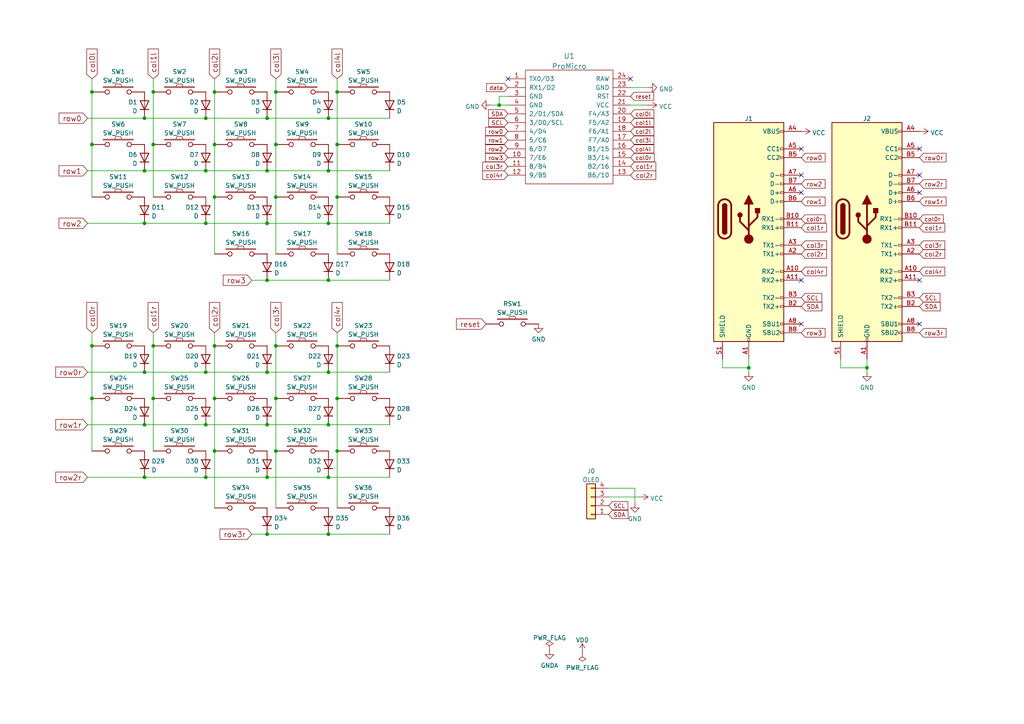
<source format=kicad_sch>
(kicad_sch (version 20211123) (generator eeschema)
  (paper "A4")
  (title_block (title "Unicorne USB-C") (date "2022-05-07") (rev "1.0") (company "Namnlos Ergonomic Keyboards") (comment 1 "Jan Lindblom") (comment 2 "jan@namnlos.io"))
  (lib_symbols
    (symbol "Connector:USB_C_Receptacle" (pin_names (offset 1.016))
      (property "Reference" "J" (at -10.16 29.21 0))
      (property "Value" "USB_C_Receptacle" (at 10.16 29.21 0))
      (symbol "USB_C_Receptacle_0_0"
        (rectangle (start -0.254 -35.56) (end 0.254 -34.544))
        (rectangle (start 10.16 -32.766) (end 9.144 -33.274))
        (rectangle (start 10.16 -30.226) (end 9.144 -30.734))
        (rectangle (start 10.16 -25.146) (end 9.144 -25.654))
        (rectangle (start 10.16 -22.606) (end 9.144 -23.114))
        (rectangle (start 10.16 -17.526) (end 9.144 -18.034))
        (rectangle (start 10.16 -14.986) (end 9.144 -15.494))
        (rectangle (start 10.16 -9.906) (end 9.144 -10.414))
        (rectangle (start 10.16 -7.366) (end 9.144 -7.874))
        (rectangle (start 10.16 -2.286) (end 9.144 -2.794))
        (rectangle (start 10.16 0.254) (end 9.144 -0.254))
        (rectangle (start 10.16 5.334) (end 9.144 4.826))
        (rectangle (start 10.16 7.874) (end 9.144 7.366))
        (rectangle (start 10.16 10.414) (end 9.144 9.906))
        (rectangle (start 10.16 12.954) (end 9.144 12.446))
        (rectangle (start 10.16 18.034) (end 9.144 17.526))
        (rectangle (start 10.16 20.574) (end 9.144 20.066))
        (rectangle (start 10.16 25.654) (end 9.144 25.146))
      )
      (symbol "USB_C_Receptacle_0_1"
        (rectangle (start -10.16 27.94) (end 10.16 -35.56) (stroke (width 0.254)) (fill (type background)))
        (arc (start -8.89 -3.81) (mid -6.985 -5.715) (end -5.08 -3.81) (stroke (width 0.508)))
        (arc (start -7.62 -3.81) (mid -6.985 -4.445) (end -6.35 -3.81) (stroke (width 0.254)))
        (arc (start -7.62 -3.81) (mid -6.985 -4.445) (end -6.35 -3.81) (stroke (width 0.254)) (fill (type outline)))
        (rectangle (start -7.62 -3.81) (end -6.35 3.81) (stroke (width 0.254)) (fill (type outline)))
        (arc (start -6.35 3.81) (mid -6.985 4.445) (end -7.62 3.81) (stroke (width 0.254)))
        (arc (start -6.35 3.81) (mid -6.985 4.445) (end -7.62 3.81) (stroke (width 0.254)) (fill (type outline)))
        (arc (start -5.08 3.81) (mid -6.985 5.715) (end -8.89 3.81) (stroke (width 0.508)))
        (polyline (pts (xy -8.89 -3.81) (xy -8.89 3.81)) (stroke (width 0.508)))
        (polyline (pts (xy -5.08 3.81) (xy -5.08 -3.81)) (stroke (width 0.508)))
      )
      (symbol "USB_C_Receptacle_1_1"
        (circle (center -2.54 1.143) (radius 0.635) (stroke (width 0.254)) (fill (type outline)))
        (circle (center 0 -5.842) (radius 1.27) (fill (type outline)))
        (polyline (pts (xy 0 -5.842) (xy 0 4.318)) (stroke (width 0.508)))
        (polyline (pts (xy 0 -3.302) (xy -2.54 -0.762) (xy -2.54 0.508)) (stroke (width 0.508)))
        (polyline (pts (xy 0 -2.032) (xy 2.54 0.508) (xy 2.54 1.778)) (stroke (width 0.508)))
        (polyline (pts (xy -1.27 4.318) (xy 0 6.858) (xy 1.27 4.318) (xy -1.27 4.318)) (stroke (width 0.254)) (fill (type outline)))
        (rectangle (start 1.905 1.778) (end 3.175 3.048) (stroke (width 0.254)) (fill (type outline)))
        (pin passive line (at 0 -40.64 90) (length 5.08) (name "GND") (number "A1"))
        (pin bidirectional line (at 15.24 -15.24 180) (length 5.08) (name "RX2-") (number "A10"))
        (pin bidirectional line (at 15.24 -17.78 180) (length 5.08) (name "RX2+") (number "A11"))
        (pin passive line (at 0 -40.64 90) (length 5.08) hide (name "GND") (number "A12"))
        (pin bidirectional line (at 15.24 -10.16 180) (length 5.08) (name "TX1+") (number "A2"))
        (pin bidirectional line (at 15.24 -7.62 180) (length 5.08) (name "TX1-") (number "A3"))
        (pin passive line (at 15.24 25.4 180) (length 5.08) (name "VBUS") (number "A4"))
        (pin bidirectional line (at 15.24 20.32 180) (length 5.08) (name "CC1") (number "A5"))
        (pin bidirectional line (at 15.24 7.62 180) (length 5.08) (name "D+") (number "A6"))
        (pin bidirectional line (at 15.24 12.7 180) (length 5.08) (name "D-") (number "A7"))
        (pin bidirectional line (at 15.24 -30.48 180) (length 5.08) (name "SBU1") (number "A8"))
        (pin passive line (at 15.24 25.4 180) (length 5.08) hide (name "VBUS") (number "A9"))
        (pin passive line (at 0 -40.64 90) (length 5.08) hide (name "GND") (number "B1"))
        (pin bidirectional line (at 15.24 0 180) (length 5.08) (name "RX1-") (number "B10"))
        (pin bidirectional line (at 15.24 -2.54 180) (length 5.08) (name "RX1+") (number "B11"))
        (pin passive line (at 0 -40.64 90) (length 5.08) hide (name "GND") (number "B12"))
        (pin bidirectional line (at 15.24 -25.4 180) (length 5.08) (name "TX2+") (number "B2"))
        (pin bidirectional line (at 15.24 -22.86 180) (length 5.08) (name "TX2-") (number "B3"))
        (pin passive line (at 15.24 25.4 180) (length 5.08) hide (name "VBUS") (number "B4"))
        (pin bidirectional line (at 15.24 17.78 180) (length 5.08) (name "CC2") (number "B5"))
        (pin bidirectional line (at 15.24 5.08 180) (length 5.08) (name "D+") (number "B6"))
        (pin bidirectional line (at 15.24 10.16 180) (length 5.08) (name "D-") (number "B7"))
        (pin bidirectional line (at 15.24 -33.02 180) (length 5.08) (name "SBU2") (number "B8"))
        (pin passive line (at 15.24 25.4 180) (length 5.08) hide (name "VBUS") (number "B9"))
        (pin passive line (at -7.62 -40.64 90) (length 5.08) (name "SHIELD") (number "S1"))
      )
    )
    (symbol "Connector_Generic:Conn_01x04" (pin_names (offset 1.016) hide)
      (property "Reference" "J" (at 0 5.08 0))
      (property "Value" "Conn_01x04" (at 0 -7.62 0))
      (symbol "Conn_01x04_1_1"
        (rectangle (start -1.27 -4.953) (end 0 -5.207) (stroke (width 0.1524)))
        (rectangle (start -1.27 -2.413) (end 0 -2.667) (stroke (width 0.1524)))
        (rectangle (start -1.27 0.127) (end 0 -0.127) (stroke (width 0.1524)))
        (rectangle (start -1.27 2.667) (end 0 2.413) (stroke (width 0.1524)))
        (rectangle (start -1.27 3.81) (end 1.27 -6.35) (stroke (width 0.254)) (fill (type background)))
        (pin passive line (at -5.08 2.54 0) (length 3.81) (name "Pin_1") (number "1"))
        (pin passive line (at -5.08 0 0) (length 3.81) (name "Pin_2") (number "2"))
        (pin passive line (at -5.08 -2.54 0) (length 3.81) (name "Pin_3") (number "3"))
        (pin passive line (at -5.08 -5.08 0) (length 3.81) (name "Pin_4") (number "4"))
      )
    )
    (symbol "Device:D" (pin_numbers hide) (pin_names (offset 1.016) hide)
      (property "Reference" "D" (at 0 2.54 0))
      (property "Value" "D" (at 0 -2.54 0))
      (symbol "D_0_1"
        (polyline (pts (xy -1.27 1.27) (xy -1.27 -1.27)) (stroke (width 0.254)))
        (polyline (pts (xy 1.27 0) (xy -1.27 0)))
        (polyline (pts (xy 1.27 1.27) (xy 1.27 -1.27) (xy -1.27 0) (xy 1.27 1.27)) (stroke (width 0.254)))
      )
      (symbol "D_1_1"
        (pin passive line (at -3.81 0 0) (length 2.54) (name "K") (number "1"))
        (pin passive line (at 3.81 0 180) (length 2.54) (name "A") (number "2"))
      )
    )
    (symbol "gnd:GND" (power) (pin_names (offset 0))
      (property "Value" "GND" (at 0 -3.81 0))
      (symbol "GND_1_1"
        (polyline (pts (xy 0 0) (xy 0 -1.27) (xy 1.27 -1.27) (xy 0 -2.54) (xy -1.27 -1.27) (xy 0 -1.27)))
        (pin power_in line (at 0 0 0) (length 0) hide (name "GND") (number "1"))
      )
    )
    (symbol "kbd:ProMicro" (pin_names (offset 1.016))
      (property "Reference" "U" (at 0 19.05 0))
      (property "Value" "ProMicro" (at 0 -19.05 0))
      (symbol "ProMicro_0_1"
        (rectangle (start -12.7 16.51) (end 12.7 -16.51))
      )
      (symbol "ProMicro_1_1"
        (pin bidirectional line (at -17.78 13.97 0) (length 5.08) (name "TX0/D3") (number "1"))
        (pin bidirectional line (at -17.78 -8.89 0) (length 5.08) (name "7/E6") (number "10"))
        (pin bidirectional line (at -17.78 -11.43 0) (length 5.08) (name "8/B4") (number "11"))
        (pin bidirectional line (at -17.78 -13.97 0) (length 5.08) (name "9/B5") (number "12"))
        (pin bidirectional line (at 17.78 -13.97 180) (length 5.08) (name "B6/10") (number "13"))
        (pin bidirectional line (at 17.78 -11.43 180) (length 5.08) (name "B2/16") (number "14"))
        (pin bidirectional line (at 17.78 -8.89 180) (length 5.08) (name "B3/14") (number "15"))
        (pin bidirectional line (at 17.78 -6.35 180) (length 5.08) (name "B1/15") (number "16"))
        (pin bidirectional line (at 17.78 -3.81 180) (length 5.08) (name "F7/A0") (number "17"))
        (pin bidirectional line (at 17.78 -1.27 180) (length 5.08) (name "F6/A1") (number "18"))
        (pin bidirectional line (at 17.78 1.27 180) (length 5.08) (name "F5/A2") (number "19"))
        (pin bidirectional line (at -17.78 11.43 0) (length 5.08) (name "RX1/D2") (number "2"))
        (pin bidirectional line (at 17.78 3.81 180) (length 5.08) (name "F4/A3") (number "20"))
        (pin power_in line (at 17.78 6.35 180) (length 5.08) (name "VCC") (number "21"))
        (pin input line (at 17.78 8.89 180) (length 5.08) (name "RST") (number "22"))
        (pin power_in line (at 17.78 11.43 180) (length 5.08) (name "GND") (number "23"))
        (pin power_out line (at 17.78 13.97 180) (length 5.08) (name "RAW") (number "24"))
        (pin power_in line (at -17.78 8.89 0) (length 5.08) (name "GND") (number "3"))
        (pin power_in line (at -17.78 6.35 0) (length 5.08) (name "GND") (number "4"))
        (pin bidirectional line (at -17.78 3.81 0) (length 5.08) (name "2/D1/SDA") (number "5"))
        (pin bidirectional line (at -17.78 1.27 0) (length 5.08) (name "3/D0/SCL") (number "6"))
        (pin bidirectional line (at -17.78 -1.27 0) (length 5.08) (name "4/D4") (number "7"))
        (pin bidirectional line (at -17.78 -3.81 0) (length 5.08) (name "5/C6") (number "8"))
        (pin bidirectional line (at -17.78 -6.35 0) (length 5.08) (name "6/D7") (number "9"))
      )
    )
    (symbol "kbd:SW_PUSH" (pin_numbers hide) (pin_names (offset 1.016) hide)
      (property "Reference" "SW" (at 3.81 2.794 0))
      (property "Value" "SW_PUSH" (at 0 -2.032 0))
      (symbol "SW_PUSH_0_1"
        (rectangle (start -4.318 1.27) (end 4.318 1.524))
        (polyline (pts (xy -1.016 1.524) (xy -0.762 2.286) (xy 0.762 2.286) (xy 1.016 1.524)))
        (pin passive inverted (at -7.62 0 0) (length 5.08) (name "1") (number "1"))
        (pin passive inverted (at 7.62 0 180) (length 5.08) (name "2") (number "2"))
      )
    )
    (symbol "power:GND" (power) (pin_names (offset 0))
      (property "Value" "GND" (at 0 -3.81 0))
      (symbol "GND_0_1"
        (polyline (pts (xy 0 0) (xy 0 -1.27) (xy 1.27 -1.27) (xy 0 -2.54) (xy -1.27 -1.27) (xy 0 -1.27)))
      )
      (symbol "GND_1_1"
        (pin power_in line (at 0 0 270) (length 0) hide (name "GND") (number "1"))
      )
    )
    (symbol "power:GNDA" (power) (pin_names (offset 0))
      (property "Value" "GNDA" (at 0 -3.81 0))
      (symbol "GNDA_0_1"
        (polyline (pts (xy 0 0) (xy 0 -1.27) (xy 1.27 -1.27) (xy 0 -2.54) (xy -1.27 -1.27) (xy 0 -1.27)))
      )
      (symbol "GNDA_1_1"
        (pin power_in line (at 0 0 270) (length 0) hide (name "GNDA") (number "1"))
      )
    )
    (symbol "power:PWR_FLAG" (power) (pin_numbers hide) (pin_names (offset 0) hide)
      (property "Value" "PWR_FLAG" (at 0 3.81 0))
      (symbol "PWR_FLAG_0_0"
        (pin power_out line (at 0 0 90) (length 0) (name "pwr") (number "1"))
      )
      (symbol "PWR_FLAG_0_1"
        (polyline (pts (xy 0 0) (xy 0 1.27) (xy -1.016 1.905) (xy 0 2.54) (xy 1.016 1.905) (xy 0 1.27)))
      )
    )
    (symbol "power:VCC" (power) (pin_names (offset 0))
      (property "Value" "VCC" (at 0 3.81 0))
      (symbol "VCC_0_1"
        (polyline (pts (xy -0.762 1.27) (xy 0 2.54)))
        (polyline (pts (xy 0 0) (xy 0 2.54)))
        (polyline (pts (xy 0 2.54) (xy 0.762 1.27)))
      )
      (symbol "VCC_1_1"
        (pin power_in line (at 0 0 90) (length 0) hide (name "VCC") (number "1"))
      )
    )
    (symbol "power:VDD" (power) (pin_names (offset 0))
      (property "Value" "VDD" (at 0 3.81 0))
      (symbol "VDD_0_1"
        (polyline (pts (xy -0.762 1.27) (xy 0 2.54)))
        (polyline (pts (xy 0 0) (xy 0 2.54)))
        (polyline (pts (xy 0 2.54) (xy 0.762 1.27)))
      )
      (symbol "VDD_1_1"
        (pin power_in line (at 0 0 90) (length 0) hide (name "VDD") (number "1"))
      )
    )
  )
  (junction (at 77.47 107.95))
  (junction (at 26.67 41.91))
  (junction (at 59.69 34.29))
  (junction (at 62.23 130.81))
  (junction (at 62.23 115.57))
  (junction (at 77.47 49.53))
  (junction (at 77.47 138.43))
  (junction (at 95.25 107.95))
  (junction (at 59.69 49.53))
  (junction (at 26.67 26.67))
  (junction (at 95.25 34.29))
  (junction (at 77.47 34.29))
  (junction (at 44.45 100.33))
  (junction (at 41.91 123.19))
  (junction (at 97.79 115.57))
  (junction (at 62.23 41.91))
  (junction (at 41.91 138.43))
  (junction (at 41.91 49.53))
  (junction (at 26.67 115.57))
  (junction (at 59.69 123.19))
  (junction (at 77.47 64.77))
  (junction (at 217.17 106.68))
  (junction (at 95.25 154.94))
  (junction (at 59.69 64.77))
  (junction (at 144.78 30.48))
  (junction (at 251.46 106.68))
  (junction (at 80.01 115.57))
  (junction (at 95.25 123.19))
  (junction (at 59.69 107.95))
  (junction (at 80.01 26.67))
  (junction (at 44.45 41.91))
  (junction (at 97.79 100.33))
  (junction (at 41.91 107.95))
  (junction (at 62.23 57.15))
  (junction (at 62.23 100.33))
  (junction (at 44.45 26.67))
  (junction (at 59.69 138.43))
  (junction (at 80.01 130.81))
  (junction (at 41.91 64.77))
  (junction (at 62.23 26.67))
  (junction (at 97.79 41.91))
  (junction (at 97.79 26.67))
  (junction (at 95.25 49.53))
  (junction (at 77.47 81.28))
  (junction (at 80.01 41.91))
  (junction (at 77.47 123.19))
  (junction (at 97.79 57.15))
  (junction (at 95.25 81.28))
  (junction (at 44.45 115.57))
  (junction (at 95.25 138.43))
  (junction (at 26.67 100.33))
  (junction (at 77.47 154.94))
  (junction (at 80.01 100.33))
  (junction (at 80.01 57.15))
  (junction (at 97.79 130.81))
  (junction (at 41.91 34.29))
  (junction (at 95.25 64.77))
  (no_connect (at 147.32 22.86))
  (no_connect (at 6.35 -20.955))
  (no_connect (at 182.88 22.86))
  (no_connect (at 266.7 43.18))
  (no_connect (at 266.7 50.8))
  (no_connect (at 232.41 43.18))
  (no_connect (at 232.41 50.8))
  (no_connect (at 266.7 55.88))
  (no_connect (at 232.41 55.88))
  (no_connect (at 266.7 93.98))
  (no_connect (at 232.41 93.98))
  (no_connect (at 266.7 81.28))
  (no_connect (at 232.41 81.28))
  (wire (pts (xy 25.4 34.29) (xy 41.91 34.29)))
  (wire (pts (xy 44.45 22.86) (xy 44.45 26.67)))
  (wire (pts (xy 80.01 115.57) (xy 80.01 130.81)))
  (wire (pts (xy 95.25 64.77) (xy 113.03 64.77)))
  (wire (pts (xy 59.69 64.77) (xy 77.47 64.77)))
  (wire (pts (xy 44.45 115.57) (xy 44.45 130.81)))
  (wire (pts (xy 95.25 34.29) (xy 113.03 34.29)))
  (wire (pts (xy 80.01 41.91) (xy 80.01 57.15)))
  (wire (pts (xy 77.47 123.19) (xy 95.25 123.19)))
  (wire (pts (xy 182.88 25.4) (xy 187.96 25.4)))
  (wire (pts (xy 41.91 107.95) (xy 59.69 107.95)))
  (wire (pts (xy 26.67 22.86) (xy 26.67 26.67)))
  (wire (pts (xy 217.17 106.68) (xy 217.17 107.95)))
  (wire (pts (xy 95.25 123.19) (xy 113.03 123.19)))
  (wire (pts (xy 62.23 57.15) (xy 62.23 73.66)))
  (wire (pts (xy 59.69 34.29) (xy 77.47 34.29)))
  (wire (pts (xy 95.25 154.94) (xy 113.03 154.94)))
  (wire (pts (xy 59.69 107.95) (xy 77.47 107.95)))
  (wire (pts (xy 209.55 106.68) (xy 217.17 106.68)))
  (wire (pts (xy 97.79 26.67) (xy 97.79 41.91)))
  (wire (pts (xy 62.23 100.33) (xy 62.23 115.57)))
  (wire (pts (xy 209.55 104.14) (xy 209.55 106.68)))
  (wire (pts (xy 73.025 154.94) (xy 77.47 154.94)))
  (wire (pts (xy 25.4 107.95) (xy 41.91 107.95)))
  (wire (pts (xy 144.78 27.94) (xy 144.78 30.48)))
  (wire (pts (xy 80.01 26.67) (xy 80.01 41.91)))
  (wire (pts (xy 62.23 26.67) (xy 62.23 41.91)))
  (wire (pts (xy 41.91 123.19) (xy 59.69 123.19)))
  (wire (pts (xy 26.67 100.33) (xy 26.67 115.57)))
  (wire (pts (xy 73.025 81.28) (xy 77.47 81.28)))
  (wire (pts (xy 251.46 104.14) (xy 251.46 106.68)))
  (wire (pts (xy 26.67 41.91) (xy 26.67 57.15)))
  (wire (pts (xy 77.47 138.43) (xy 95.25 138.43)))
  (wire (pts (xy 97.79 115.57) (xy 97.79 130.81)))
  (wire (pts (xy 26.67 115.57) (xy 26.67 130.81)))
  (wire (pts (xy 26.67 26.67) (xy 26.67 41.91)))
  (wire (pts (xy 184.15 141.605) (xy 176.53 141.605)))
  (wire (pts (xy 77.47 49.53) (xy 95.25 49.53)))
  (wire (pts (xy 59.69 138.43) (xy 77.47 138.43)))
  (wire (pts (xy 97.79 100.33) (xy 97.79 115.57)))
  (wire (pts (xy 182.88 30.48) (xy 187.96 30.48)))
  (wire (pts (xy 77.47 64.77) (xy 95.25 64.77)))
  (wire (pts (xy 25.4 49.53) (xy 41.91 49.53)))
  (wire (pts (xy 77.47 154.94) (xy 95.25 154.94)))
  (wire (pts (xy 62.23 130.81) (xy 62.23 147.32)))
  (wire (pts (xy 97.79 96.52) (xy 97.79 100.33)))
  (wire (pts (xy 144.78 30.48) (xy 147.32 30.48)))
  (wire (pts (xy 142.24 30.48) (xy 144.78 30.48)))
  (wire (pts (xy 26.67 96.52) (xy 26.67 100.33)))
  (wire (pts (xy 80.01 130.81) (xy 80.01 147.32)))
  (wire (pts (xy 62.23 115.57) (xy 62.23 130.81)))
  (wire (pts (xy 95.25 107.95) (xy 113.03 107.95)))
  (wire (pts (xy 95.25 138.43) (xy 113.03 138.43)))
  (wire (pts (xy 59.69 123.19) (xy 77.47 123.19)))
  (wire (pts (xy 25.4 123.19) (xy 41.91 123.19)))
  (wire (pts (xy 80.01 100.33) (xy 80.01 115.57)))
  (wire (pts (xy 41.91 64.77) (xy 59.69 64.77)))
  (wire (pts (xy 217.17 104.14) (xy 217.17 106.68)))
  (wire (pts (xy 243.84 106.68) (xy 251.46 106.68)))
  (wire (pts (xy 251.46 106.68) (xy 251.46 107.95)))
  (wire (pts (xy 62.23 22.86) (xy 62.23 26.67)))
  (wire (pts (xy 44.45 41.91) (xy 44.45 57.15)))
  (wire (pts (xy 97.79 130.81) (xy 97.79 147.32)))
  (wire (pts (xy 77.47 107.95) (xy 95.25 107.95)))
  (wire (pts (xy 243.84 104.14) (xy 243.84 106.68)))
  (wire (pts (xy 25.4 64.77) (xy 41.91 64.77)))
  (wire (pts (xy 41.91 49.53) (xy 59.69 49.53)))
  (wire (pts (xy 80.01 57.15) (xy 80.01 73.66)))
  (wire (pts (xy 80.01 96.52) (xy 80.01 100.33)))
  (wire (pts (xy 77.47 81.28) (xy 95.25 81.28)))
  (wire (pts (xy 44.45 96.52) (xy 44.45 100.33)))
  (wire (pts (xy 62.23 41.91) (xy 62.23 57.15)))
  (wire (pts (xy 80.01 22.86) (xy 80.01 26.67)))
  (wire (pts (xy 97.79 22.86) (xy 97.79 26.67)))
  (wire (pts (xy 97.79 57.15) (xy 97.79 73.66)))
  (wire (pts (xy 62.23 96.52) (xy 62.23 100.33)))
  (wire (pts (xy 25.4 138.43) (xy 41.91 138.43)))
  (wire (pts (xy 95.25 49.53) (xy 113.03 49.53)))
  (wire (pts (xy 44.45 100.33) (xy 44.45 115.57)))
  (wire (pts (xy 41.91 34.29) (xy 59.69 34.29)))
  (wire (pts (xy 41.91 138.43) (xy 59.69 138.43)))
  (wire (pts (xy 176.53 144.145) (xy 185.42 144.145)))
  (wire (pts (xy 184.15 146.05) (xy 184.15 141.605)))
  (wire (pts (xy 95.25 81.28) (xy 113.03 81.28)))
  (wire (pts (xy 44.45 26.67) (xy 44.45 41.91)))
  (wire (pts (xy 147.32 27.94) (xy 144.78 27.94)))
  (wire (pts (xy 97.79 41.91) (xy 97.79 57.15)))
  (wire (pts (xy 59.69 49.53) (xy 77.47 49.53)))
  (wire (pts (xy 77.47 34.29) (xy 95.25 34.29)))
  (global_label "col1r" (shape input) (at 232.41 66.04 0) (property "Intersheet References" "${INTERSHEET_REFS}" (effects hide)))
  (global_label "row1" (shape input) (at 232.41 58.42 0) (property "Intersheet References" "${INTERSHEET_REFS}" (effects hide)))
  (global_label "row0" (shape input) (at 25.4 34.29 180) (effects (font (size 1.524 1.524))) (property "Intersheet References" "${INTERSHEET_REFS}" (effects hide)))
  (global_label "row2r" (shape input) (at 25.4 138.43 180) (effects (font (size 1.524 1.524))) (property "Intersheet References" "${INTERSHEET_REFS}" (effects hide)))
  (global_label "SCL" (shape input) (at 266.7 86.36 0) (property "Intersheet References" "${INTERSHEET_REFS}" (effects hide)))
  (global_label "col4l" (shape input) (at 97.79 22.86 90) (effects (font (size 1.524 1.524))) (property "Intersheet References" "${INTERSHEET_REFS}" (effects hide)))
  (global_label "col4l" (shape input) (at 182.88 43.18 0) (effects (font (size 1.1938 1.1938))) (property "Intersheet References" "${INTERSHEET_REFS}" (effects hide)))
  (global_label "col2r" (shape input) (at 182.88 50.8 0) (property "Intersheet References" "${INTERSHEET_REFS}" (effects hide)))
  (global_label "col0l" (shape input) (at 26.67 22.86 90) (effects (font (size 1.524 1.524))) (property "Intersheet References" "${INTERSHEET_REFS}" (effects hide)))
  (global_label "col1l" (shape input) (at 44.45 22.86 90) (effects (font (size 1.524 1.524))) (property "Intersheet References" "${INTERSHEET_REFS}" (effects hide)))
  (global_label "col1r" (shape input) (at 182.88 48.26 0) (property "Intersheet References" "${INTERSHEET_REFS}" (effects hide)))
  (global_label "row0r" (shape input) (at 266.7 45.72 0) (property "Intersheet References" "${INTERSHEET_REFS}" (effects hide)))
  (global_label "data" (shape input) (at 147.32 25.4 180) (effects (font (size 1.1938 1.1938))) (property "Intersheet References" "${INTERSHEET_REFS}" (effects hide)))
  (global_label "row0r" (shape input) (at 25.4 107.95 180) (effects (font (size 1.524 1.524))) (property "Intersheet References" "${INTERSHEET_REFS}" (effects hide)))
  (global_label "row2" (shape input) (at 232.41 53.34 0) (property "Intersheet References" "${INTERSHEET_REFS}" (effects hide)))
  (global_label "col2r" (shape input) (at 266.7 73.66 0) (property "Intersheet References" "${INTERSHEET_REFS}" (effects hide)))
  (global_label "row1" (shape input) (at 25.4 49.53 180) (effects (font (size 1.524 1.524))) (property "Intersheet References" "${INTERSHEET_REFS}" (effects hide)))
  (global_label "col3r" (shape input) (at 147.32 48.26 180) (property "Intersheet References" "${INTERSHEET_REFS}" (effects hide)))
  (global_label "col1l" (shape input) (at 182.88 35.56 0) (effects (font (size 1.1938 1.1938))) (property "Intersheet References" "${INTERSHEET_REFS}" (effects hide)))
  (global_label "col0r" (shape input) (at 26.67 96.52 90) (effects (font (size 1.524 1.524))) (property "Intersheet References" "${INTERSHEET_REFS}" (effects hide)))
  (global_label "row2" (shape input) (at 25.4 64.77 180) (effects (font (size 1.524 1.524))) (property "Intersheet References" "${INTERSHEET_REFS}" (effects hide)))
  (global_label "row0" (shape input) (at 147.32 38.1 180) (effects (font (size 1.1938 1.1938))) (property "Intersheet References" "${INTERSHEET_REFS}" (effects hide)))
  (global_label "col4r" (shape input) (at 266.7 78.74 0) (property "Intersheet References" "${INTERSHEET_REFS}" (effects hide)))
  (global_label "row3r" (shape input) (at 73.025 154.94 180) (effects (font (size 1.524 1.524))) (property "Intersheet References" "${INTERSHEET_REFS}" (effects hide)))
  (global_label "col3r" (shape input) (at 232.41 71.12 0) (property "Intersheet References" "${INTERSHEET_REFS}" (effects hide)))
  (global_label "col0r" (shape input) (at 266.7 63.5 0) (effects (font (size 1.1938 1.1938))) (property "Intersheet References" "${INTERSHEET_REFS}" (effects hide)))
  (global_label "col4r" (shape input) (at 97.79 96.52 90) (effects (font (size 1.524 1.524))) (property "Intersheet References" "${INTERSHEET_REFS}" (effects hide)))
  (global_label "col2l" (shape input) (at 62.23 22.86 90) (effects (font (size 1.524 1.524))) (property "Intersheet References" "${INTERSHEET_REFS}" (effects hide)))
  (global_label "row2r" (shape input) (at 266.7 53.34 0) (property "Intersheet References" "${INTERSHEET_REFS}" (effects hide)))
  (global_label "col1r" (shape input) (at 266.7 66.04 0) (property "Intersheet References" "${INTERSHEET_REFS}" (effects hide)))
  (global_label "SCL" (shape input) (at 147.32 35.56 180) (effects (font (size 1.1938 1.1938))) (property "Intersheet References" "${INTERSHEET_REFS}" (effects hide)))
  (global_label "row3r" (shape input) (at 266.7 96.52 0) (property "Intersheet References" "${INTERSHEET_REFS}" (effects hide)))
  (global_label "row1" (shape input) (at 147.32 40.64 180) (effects (font (size 1.1938 1.1938))) (property "Intersheet References" "${INTERSHEET_REFS}" (effects hide)))
  (global_label "row1r" (shape input) (at 266.7 58.42 0) (property "Intersheet References" "${INTERSHEET_REFS}" (effects hide)))
  (global_label "SCL" (shape input) (at 232.41 86.36 0) (property "Intersheet References" "${INTERSHEET_REFS}" (effects hide)))
  (global_label "row1r" (shape input) (at 25.4 123.19 180) (effects (font (size 1.524 1.524))) (property "Intersheet References" "${INTERSHEET_REFS}" (effects hide)))
  (global_label "row3" (shape input) (at 147.32 45.72 180) (effects (font (size 1.1938 1.1938))) (property "Intersheet References" "${INTERSHEET_REFS}" (effects hide)))
  (global_label "reset" (shape input) (at 140.97 93.98 180) (effects (font (size 1.524 1.524))) (property "Intersheet References" "${INTERSHEET_REFS}" (effects hide)))
  (global_label "row2" (shape input) (at 147.32 43.18 180) (effects (font (size 1.1938 1.1938))) (property "Intersheet References" "${INTERSHEET_REFS}" (effects hide)))
  (global_label "col3l" (shape input) (at 80.01 22.86 90) (effects (font (size 1.524 1.524))) (property "Intersheet References" "${INTERSHEET_REFS}" (effects hide)))
  (global_label "col2r" (shape input) (at 62.23 96.52 90) (effects (font (size 1.524 1.524))) (property "Intersheet References" "${INTERSHEET_REFS}" (effects hide)))
  (global_label "SDA" (shape input) (at 232.41 88.9 0) (property "Intersheet References" "${INTERSHEET_REFS}" (effects hide)))
  (global_label "row0" (shape input) (at 232.41 45.72 0) (property "Intersheet References" "${INTERSHEET_REFS}" (effects hide)))
  (global_label "col2r" (shape input) (at 232.41 73.66 0) (property "Intersheet References" "${INTERSHEET_REFS}" (effects hide)))
  (global_label "reset" (shape input) (at 182.88 27.94 0) (effects (font (size 1.1938 1.1938))) (property "Intersheet References" "${INTERSHEET_REFS}" (effects hide)))
  (global_label "col2l" (shape input) (at 182.88 38.1 0) (effects (font (size 1.1938 1.1938))) (property "Intersheet References" "${INTERSHEET_REFS}" (effects hide)))
  (global_label "col3l" (shape input) (at 182.88 40.64 0) (effects (font (size 1.1938 1.1938))) (property "Intersheet References" "${INTERSHEET_REFS}" (effects hide)))
  (global_label "row3" (shape input) (at 232.41 96.52 0) (property "Intersheet References" "${INTERSHEET_REFS}" (effects hide)))
  (global_label "col1r" (shape input) (at 44.45 96.52 90) (effects (font (size 1.524 1.524))) (property "Intersheet References" "${INTERSHEET_REFS}" (effects hide)))
  (global_label "row3" (shape input) (at 73.025 81.28 180) (effects (font (size 1.524 1.524))) (property "Intersheet References" "${INTERSHEET_REFS}" (effects hide)))
  (global_label "SDA" (shape input) (at 147.32 33.02 180) (effects (font (size 1.1938 1.1938))) (property "Intersheet References" "${INTERSHEET_REFS}" (effects hide)))
  (global_label "SDA" (shape input) (at 266.7 88.9 0) (property "Intersheet References" "${INTERSHEET_REFS}" (effects hide)))
  (global_label "col0l" (shape input) (at 182.88 33.02 0) (effects (font (size 1.1938 1.1938))) (property "Intersheet References" "${INTERSHEET_REFS}" (effects hide)))
  (global_label "SDA" (shape input) (at 176.53 149.225 0) (effects (font (size 1.1938 1.1938))) (property "Intersheet References" "${INTERSHEET_REFS}" (effects hide)))
  (global_label "col4r" (shape input) (at 147.32 50.8 180) (property "Intersheet References" "${INTERSHEET_REFS}" (effects hide)))
  (global_label "col4r" (shape input) (at 232.41 78.74 0) (property "Intersheet References" "${INTERSHEET_REFS}" (effects hide)))
  (global_label "col0r" (shape input) (at 182.88 45.72 0) (effects (font (size 1.1938 1.1938))) (property "Intersheet References" "${INTERSHEET_REFS}" (effects hide)))
  (global_label "SCL" (shape input) (at 176.53 146.685 0) (effects (font (size 1.1938 1.1938))) (property "Intersheet References" "${INTERSHEET_REFS}" (effects hide)))
  (global_label "col0r" (shape input) (at 232.41 63.5 0) (effects (font (size 1.1938 1.1938))) (property "Intersheet References" "${INTERSHEET_REFS}" (effects hide)))
  (global_label "col3r" (shape input) (at 266.7 71.12 0) (property "Intersheet References" "${INTERSHEET_REFS}" (effects hide)))
  (global_label "col3r" (shape input) (at 80.01 96.52 90) (effects (font (size 1.524 1.524))) (property "Intersheet References" "${INTERSHEET_REFS}" (effects hide)))
  (symbol (lib_id "kbd:ProMicro") (at 165.1 36.83 0) (unit 1)
    (property "Reference" "U1" (at 165.1 16.2359 0) (effects (font (size 1.524 1.524))))
    (property "Value" "ProMicro" (at 165.1 19.2293 0) (effects (font (size 1.524 1.524))))
    (property "Footprint" "kbd:ProMicro_v3" (effects hide))
  )
  (symbol (lib_id "kbd:SW_PUSH") (at 52.07 26.67 0) (unit 1)
    (property "Reference" "SW2" (at 52.07 20.8112 0))
    (property "Value" "SW_PUSH" (at 52.07 23.3481 0))
    (property "Footprint" "kbd:keyswitch_cherrymx_alps_choc12_1u" (effects hide))
  )
  (symbol (lib_id "Device:D") (at 59.69 30.48 90) (unit 1)
    (property "Reference" "D2" (at 57.6581 29.6453 90) (effects (justify left)))
    (property "Value" "D" (at 57.6581 32.1822 90) (effects (justify left)))
    (property "Footprint" "kbd:D3_TH" (effects hide))
  )
  (symbol (lib_id "kbd:SW_PUSH") (at 69.85 26.67 0) (unit 1)
    (property "Reference" "SW3" (at 69.85 20.8112 0))
    (property "Value" "SW_PUSH" (at 69.85 23.3481 0))
    (property "Footprint" "kbd:keyswitch_cherrymx_alps_choc12_1u" (effects hide))
  )
  (symbol (lib_id "Device:D") (at 77.47 30.48 90) (unit 1)
    (property "Reference" "D3" (at 75.4381 29.6453 90) (effects (justify left)))
    (property "Value" "D" (at 75.4381 32.1822 90) (effects (justify left)))
    (property "Footprint" "kbd:D3_TH" (effects hide))
  )
  (symbol (lib_id "kbd:SW_PUSH") (at 87.63 26.67 0) (unit 1)
    (property "Reference" "SW4" (at 87.63 20.8112 0))
    (property "Value" "SW_PUSH" (at 87.63 23.3481 0))
    (property "Footprint" "kbd:keyswitch_cherrymx_alps_choc12_1u" (effects hide))
  )
  (symbol (lib_id "kbd:SW_PUSH") (at 105.41 26.67 0) (unit 1)
    (property "Reference" "SW5" (at 105.41 20.8112 0))
    (property "Value" "SW_PUSH" (at 105.41 23.3481 0))
    (property "Footprint" "kbd:keyswitch_cherrymx_alps_choc12_1u" (effects hide))
  )
  (symbol (lib_id "Device:D") (at 95.25 30.48 90) (unit 1)
    (property "Reference" "D4" (at 93.2181 29.6453 90) (effects (justify left)))
    (property "Value" "D" (at 93.2181 32.1822 90) (effects (justify left)))
    (property "Footprint" "kbd:D3_TH" (effects hide))
  )
  (symbol (lib_id "Device:D") (at 113.03 30.48 90) (unit 1)
    (property "Reference" "D5" (at 115.062 29.6453 90) (effects (justify right)))
    (property "Value" "D" (at 115.062 32.1822 90) (effects (justify right)))
    (property "Footprint" "kbd:D3_TH" (effects hide))
  )
  (symbol (lib_id "kbd:SW_PUSH") (at 34.29 26.67 0) (unit 1)
    (property "Reference" "SW1" (at 34.29 20.8112 0))
    (property "Value" "SW_PUSH" (at 34.29 23.3481 0))
    (property "Footprint" "kbd:keyswitch_cherrymx_alps_choc12_1u" (effects hide))
  )
  (symbol (lib_id "Device:D") (at 41.91 30.48 90) (unit 1)
    (property "Reference" "D1" (at 39.8781 29.6453 90) (effects (justify left)))
    (property "Value" "D" (at 39.8781 32.1822 90) (effects (justify left)))
    (property "Footprint" "kbd:D3_TH" (effects hide))
  )
  (symbol (lib_id "kbd:SW_PUSH") (at 52.07 41.91 0) (unit 1)
    (property "Reference" "SW7" (at 52.07 36.0512 0))
    (property "Value" "SW_PUSH" (at 52.07 38.5881 0))
    (property "Footprint" "kbd:keyswitch_cherrymx_alps_choc12_1u" (effects hide))
  )
  (symbol (lib_id "Device:D") (at 59.69 45.72 90) (unit 1)
    (property "Reference" "D7" (at 57.6581 44.8853 90) (effects (justify left)))
    (property "Value" "D" (at 57.6581 47.4222 90) (effects (justify left)))
    (property "Footprint" "kbd:D3_TH" (effects hide))
  )
  (symbol (lib_id "kbd:SW_PUSH") (at 69.85 41.91 0) (unit 1)
    (property "Reference" "SW8" (at 69.85 36.0512 0))
    (property "Value" "SW_PUSH" (at 69.85 38.5881 0))
    (property "Footprint" "kbd:keyswitch_cherrymx_alps_choc12_1u" (effects hide))
  )
  (symbol (lib_id "Device:D") (at 77.47 45.72 90) (unit 1)
    (property "Reference" "D8" (at 75.4381 44.8853 90) (effects (justify left)))
    (property "Value" "D" (at 75.4381 47.4222 90) (effects (justify left)))
    (property "Footprint" "kbd:D3_TH" (effects hide))
  )
  (symbol (lib_id "kbd:SW_PUSH") (at 87.63 41.91 0) (unit 1)
    (property "Reference" "SW9" (at 87.63 36.0512 0))
    (property "Value" "SW_PUSH" (at 87.63 38.5881 0))
    (property "Footprint" "kbd:keyswitch_cherrymx_alps_choc12_1u" (effects hide))
  )
  (symbol (lib_id "kbd:SW_PUSH") (at 105.41 41.91 0) (unit 1)
    (property "Reference" "SW10" (at 105.41 36.0512 0))
    (property "Value" "SW_PUSH" (at 105.41 38.5881 0))
    (property "Footprint" "kbd:keyswitch_cherrymx_alps_choc12_1u" (effects hide))
  )
  (symbol (lib_id "Device:D") (at 95.25 45.72 90) (unit 1)
    (property "Reference" "D9" (at 93.2181 44.8853 90) (effects (justify left)))
    (property "Value" "D" (at 93.2181 47.4222 90) (effects (justify left)))
    (property "Footprint" "kbd:D3_TH" (effects hide))
  )
  (symbol (lib_id "Device:D") (at 113.03 45.72 90) (unit 1)
    (property "Reference" "D10" (at 115.062 44.8853 90) (effects (justify right)))
    (property "Value" "D" (at 115.062 47.4222 90) (effects (justify right)))
    (property "Footprint" "kbd:D3_TH" (effects hide))
  )
  (symbol (lib_id "kbd:SW_PUSH") (at 34.29 41.91 0) (unit 1)
    (property "Reference" "SW6" (at 34.29 36.0512 0))
    (property "Value" "SW_PUSH" (at 34.29 38.5881 0))
    (property "Footprint" "kbd:keyswitch_cherrymx_alps_choc12_1u" (effects hide))
  )
  (symbol (lib_id "Device:D") (at 41.91 45.72 90) (unit 1)
    (property "Reference" "D6" (at 39.8781 44.8853 90) (effects (justify left)))
    (property "Value" "D" (at 39.8781 47.4222 90) (effects (justify left)))
    (property "Footprint" "kbd:D3_TH" (effects hide))
  )
  (symbol (lib_id "kbd:SW_PUSH") (at 52.07 57.15 0) (unit 1)
    (property "Reference" "SW12" (at 52.07 51.2912 0))
    (property "Value" "SW_PUSH" (at 52.07 53.8281 0))
    (property "Footprint" "kbd:keyswitch_cherrymx_alps_choc12_1u" (effects hide))
  )
  (symbol (lib_id "Device:D") (at 59.69 60.96 90) (unit 1)
    (property "Reference" "D12" (at 57.658 60.1253 90) (effects (justify left)))
    (property "Value" "D" (at 57.658 62.6622 90) (effects (justify left)))
    (property "Footprint" "kbd:D3_TH" (effects hide))
  )
  (symbol (lib_id "kbd:SW_PUSH") (at 69.85 57.15 0) (unit 1)
    (property "Reference" "SW13" (at 69.85 51.2912 0))
    (property "Value" "SW_PUSH" (at 69.85 53.8281 0))
    (property "Footprint" "kbd:keyswitch_cherrymx_alps_choc12_1u" (effects hide))
  )
  (symbol (lib_id "Device:D") (at 77.47 60.96 90) (unit 1)
    (property "Reference" "D13" (at 75.438 60.1253 90) (effects (justify left)))
    (property "Value" "D" (at 75.438 62.6622 90) (effects (justify left)))
    (property "Footprint" "kbd:D3_TH" (effects hide))
  )
  (symbol (lib_id "kbd:SW_PUSH") (at 87.63 57.15 0) (unit 1)
    (property "Reference" "SW14" (at 87.63 51.2912 0))
    (property "Value" "SW_PUSH" (at 87.63 53.8281 0))
    (property "Footprint" "kbd:keyswitch_cherrymx_alps_choc12_1u" (effects hide))
  )
  (symbol (lib_id "kbd:SW_PUSH") (at 105.41 57.15 0) (unit 1)
    (property "Reference" "SW15" (at 105.41 51.2912 0))
    (property "Value" "SW_PUSH" (at 105.41 53.8281 0))
    (property "Footprint" "kbd:keyswitch_cherrymx_alps_choc12_1u" (effects hide))
  )
  (symbol (lib_id "Device:D") (at 95.25 60.96 90) (unit 1)
    (property "Reference" "D14" (at 93.218 60.1253 90) (effects (justify left)))
    (property "Value" "D" (at 93.218 62.6622 90) (effects (justify left)))
    (property "Footprint" "kbd:D3_TH" (effects hide))
  )
  (symbol (lib_id "Device:D") (at 113.03 60.96 90) (unit 1)
    (property "Reference" "D15" (at 115.062 60.1253 90) (effects (justify right)))
    (property "Value" "D" (at 115.062 62.6622 90) (effects (justify right)))
    (property "Footprint" "kbd:D3_TH" (effects hide))
  )
  (symbol (lib_id "kbd:SW_PUSH") (at 34.29 57.15 0) (unit 1)
    (property "Reference" "SW11" (at 34.29 51.2912 0))
    (property "Value" "SW_PUSH" (at 34.29 53.8281 0))
    (property "Footprint" "kbd:keyswitch_cherrymx_alps_choc12_1u" (effects hide))
  )
  (symbol (lib_id "Device:D") (at 41.91 60.96 90) (unit 1)
    (property "Reference" "D11" (at 43.942 60.1253 90) (effects (justify right)))
    (property "Value" "D" (at 43.942 62.6622 90) (effects (justify right)))
    (property "Footprint" "kbd:D3_TH" (effects hide))
  )
  (symbol (lib_id "kbd:SW_PUSH") (at 87.63 73.66 0) (unit 1)
    (property "Reference" "SW17" (at 87.63 67.8012 0))
    (property "Value" "SW_PUSH" (at 87.63 70.3381 0))
    (property "Footprint" "kbd:keyswitch_cherrymx_alps_choc12_1u" (effects hide))
  )
  (symbol (lib_id "Device:D") (at 95.25 77.47 90) (unit 1)
    (property "Reference" "D17" (at 97.282 76.6353 90) (effects (justify right)))
    (property "Value" "D" (at 97.282 79.1722 90) (effects (justify right)))
    (property "Footprint" "kbd:D3_TH" (effects hide))
  )
  (symbol (lib_id "kbd:SW_PUSH") (at 105.41 73.66 0) (unit 1)
    (property "Reference" "SW18" (at 105.41 67.8012 0))
    (property "Value" "SW_PUSH" (at 105.41 70.3381 0))
    (property "Footprint" "kbd:keyswitch_cherrymx_alps_choc12_1.5u" (effects hide))
  )
  (symbol (lib_id "Device:D") (at 113.03 77.47 90) (unit 1)
    (property "Reference" "D18" (at 115.062 76.6353 90) (effects (justify right)))
    (property "Value" "D" (at 115.062 79.1722 90) (effects (justify right)))
    (property "Footprint" "kbd:D3_TH" (effects hide))
  )
  (symbol (lib_id "kbd:SW_PUSH") (at 69.85 73.66 0) (unit 1)
    (property "Reference" "SW16" (at 69.85 67.8012 0))
    (property "Value" "SW_PUSH" (at 69.85 70.3381 0))
    (property "Footprint" "kbd:keyswitch_cherrymx_alps_choc12_1u" (effects hide))
  )
  (symbol (lib_id "Device:D") (at 77.47 77.47 90) (unit 1)
    (property "Reference" "D16" (at 79.502 76.6353 90) (effects (justify right)))
    (property "Value" "D" (at 79.502 79.1722 90) (effects (justify right)))
    (property "Footprint" "kbd:D3_TH" (effects hide))
  )
  (symbol (lib_id "power:GND") (at 187.96 25.4 90) (unit 1)
    (property "Reference" "#PWR03" (effects hide))
    (property "Value" "GND" (at 191.135 25.8338 90) (effects (justify right)))
  )
  (symbol (lib_id "power:VCC") (at 187.96 30.48 270) (unit 1)
    (property "Reference" "#PWR05" (effects hide))
    (property "Value" "VCC" (at 191.135 30.9138 90) (effects (justify left)))
  )
  (symbol (lib_id "power:GND") (at 142.24 30.48 270) (unit 1)
    (property "Reference" "#PWR04" (effects hide))
    (property "Value" "GND" (at 139.0651 30.9138 90) (effects (justify right)))
  )
  (symbol (lib_id "kbd:SW_PUSH") (at 148.59 93.98 0) (unit 1)
    (property "Reference" "RSW1" (at 148.59 88.1212 0))
    (property "Value" "SW_PUSH" (at 148.59 90.6581 0))
    (property "Footprint" "kbd:ResetSW_1side" (effects hide))
  )
  (symbol (lib_id "power:GND") (at 156.21 93.98 0) (unit 1)
    (property "Reference" "#PWR07" (effects hide))
    (property "Value" "GND" (at 156.21 98.4234 0))
  )
  (symbol (lib_id "Connector_Generic:Conn_01x04") (at 171.45 146.685 180) (unit 1)
    (property "Reference" "J0" (at 171.45 136.6352 0))
    (property "Value" "OLED" (at 171.45 139.1721 0))
    (property "Footprint" "kbd:OLED_1side" (effects hide))
  )
  (symbol (lib_id "power:GND") (at 184.15 146.05 0) (unit 1)
    (property "Reference" "#PWR019" (effects hide))
    (property "Value" "GND" (at 184.15 150.4934 0))
  )
  (symbol (lib_id "power:VCC") (at 185.42 144.145 270) (unit 1)
    (property "Reference" "#PWR018" (effects hide))
    (property "Value" "VCC" (at 188.595 144.5788 90) (effects (justify left)))
  )
  (symbol (lib_id "kbd:SW_PUSH") (at 52.07 100.33 0) (unit 1)
    (property "Reference" "SW20" (at 52.07 94.4712 0))
    (property "Value" "SW_PUSH" (at 52.07 97.0081 0))
    (property "Footprint" "kbd:keyswitch_cherrymx_alps_choc12_1u" (effects hide))
  )
  (symbol (lib_id "Device:D") (at 59.69 104.14 90) (unit 1)
    (property "Reference" "D20" (at 57.658 103.3053 90) (effects (justify left)))
    (property "Value" "D" (at 57.658 105.8422 90) (effects (justify left)))
    (property "Footprint" "kbd:D3_TH" (effects hide))
  )
  (symbol (lib_id "kbd:SW_PUSH") (at 69.85 100.33 0) (unit 1)
    (property "Reference" "SW21" (at 69.85 94.4712 0))
    (property "Value" "SW_PUSH" (at 69.85 97.0081 0))
    (property "Footprint" "kbd:keyswitch_cherrymx_alps_choc12_1u" (effects hide))
  )
  (symbol (lib_id "Device:D") (at 77.47 104.14 90) (unit 1)
    (property "Reference" "D21" (at 75.438 103.3053 90) (effects (justify left)))
    (property "Value" "D" (at 75.438 105.8422 90) (effects (justify left)))
    (property "Footprint" "kbd:D3_TH" (effects hide))
  )
  (symbol (lib_id "kbd:SW_PUSH") (at 87.63 100.33 0) (unit 1)
    (property "Reference" "SW22" (at 87.63 94.4712 0))
    (property "Value" "SW_PUSH" (at 87.63 97.0081 0))
    (property "Footprint" "kbd:keyswitch_cherrymx_alps_choc12_1u" (effects hide))
  )
  (symbol (lib_id "kbd:SW_PUSH") (at 105.41 100.33 0) (unit 1)
    (property "Reference" "SW23" (at 105.41 94.4712 0))
    (property "Value" "SW_PUSH" (at 105.41 97.0081 0))
    (property "Footprint" "kbd:keyswitch_cherrymx_alps_choc12_1u" (effects hide))
  )
  (symbol (lib_id "Device:D") (at 95.25 104.14 90) (unit 1)
    (property "Reference" "D22" (at 93.218 103.3053 90) (effects (justify left)))
    (property "Value" "D" (at 93.218 105.8422 90) (effects (justify left)))
    (property "Footprint" "kbd:D3_TH" (effects hide))
  )
  (symbol (lib_id "Device:D") (at 113.03 104.14 90) (unit 1)
    (property "Reference" "D23" (at 115.062 103.3053 90) (effects (justify right)))
    (property "Value" "D" (at 115.062 105.8422 90) (effects (justify right)))
    (property "Footprint" "kbd:D3_TH" (effects hide))
  )
  (symbol (lib_id "kbd:SW_PUSH") (at 34.29 100.33 0) (unit 1)
    (property "Reference" "SW19" (at 34.29 94.4712 0))
    (property "Value" "SW_PUSH" (at 34.29 97.0081 0))
    (property "Footprint" "kbd:keyswitch_cherrymx_alps_choc12_1u" (effects hide))
  )
  (symbol (lib_id "Device:D") (at 41.91 104.14 90) (unit 1)
    (property "Reference" "D19" (at 39.878 103.3053 90) (effects (justify left)))
    (property "Value" "D" (at 39.878 105.8422 90) (effects (justify left)))
    (property "Footprint" "kbd:D3_TH" (effects hide))
  )
  (symbol (lib_id "kbd:SW_PUSH") (at 52.07 115.57 0) (unit 1)
    (property "Reference" "SW25" (at 52.07 109.7112 0))
    (property "Value" "SW_PUSH" (at 52.07 112.2481 0))
    (property "Footprint" "kbd:keyswitch_cherrymx_alps_choc12_1u" (effects hide))
  )
  (symbol (lib_id "Device:D") (at 59.69 119.38 90) (unit 1)
    (property "Reference" "D25" (at 57.658 118.5453 90) (effects (justify left)))
    (property "Value" "D" (at 57.658 121.0822 90) (effects (justify left)))
    (property "Footprint" "kbd:D3_TH" (effects hide))
  )
  (symbol (lib_id "kbd:SW_PUSH") (at 69.85 115.57 0) (unit 1)
    (property "Reference" "SW26" (at 69.85 109.7112 0))
    (property "Value" "SW_PUSH" (at 69.85 112.2481 0))
    (property "Footprint" "kbd:keyswitch_cherrymx_alps_choc12_1u" (effects hide))
  )
  (symbol (lib_id "Device:D") (at 77.47 119.38 90) (unit 1)
    (property "Reference" "D26" (at 75.438 118.5453 90) (effects (justify left)))
    (property "Value" "D" (at 75.438 121.0822 90) (effects (justify left)))
    (property "Footprint" "kbd:D3_TH" (effects hide))
  )
  (symbol (lib_id "kbd:SW_PUSH") (at 87.63 115.57 0) (unit 1)
    (property "Reference" "SW27" (at 87.63 109.7112 0))
    (property "Value" "SW_PUSH" (at 87.63 112.2481 0))
    (property "Footprint" "kbd:keyswitch_cherrymx_alps_choc12_1u" (effects hide))
  )
  (symbol (lib_id "kbd:SW_PUSH") (at 105.41 115.57 0) (unit 1)
    (property "Reference" "SW28" (at 105.41 109.7112 0))
    (property "Value" "SW_PUSH" (at 105.41 112.2481 0))
    (property "Footprint" "kbd:keyswitch_cherrymx_alps_choc12_1u" (effects hide))
  )
  (symbol (lib_id "Device:D") (at 95.25 119.38 90) (unit 1)
    (property "Reference" "D27" (at 93.218 118.5453 90) (effects (justify left)))
    (property "Value" "D" (at 93.218 121.0822 90) (effects (justify left)))
    (property "Footprint" "kbd:D3_TH" (effects hide))
  )
  (symbol (lib_id "Device:D") (at 113.03 119.38 90) (unit 1)
    (property "Reference" "D28" (at 115.062 118.5453 90) (effects (justify right)))
    (property "Value" "D" (at 115.062 121.0822 90) (effects (justify right)))
    (property "Footprint" "kbd:D3_TH" (effects hide))
  )
  (symbol (lib_id "kbd:SW_PUSH") (at 34.29 115.57 0) (unit 1)
    (property "Reference" "SW24" (at 34.29 109.7112 0))
    (property "Value" "SW_PUSH" (at 34.29 112.2481 0))
    (property "Footprint" "kbd:keyswitch_cherrymx_alps_choc12_1u" (effects hide))
  )
  (symbol (lib_id "Device:D") (at 41.91 119.38 90) (unit 1)
    (property "Reference" "D24" (at 39.878 118.5453 90) (effects (justify left)))
    (property "Value" "D" (at 39.878 121.0822 90) (effects (justify left)))
    (property "Footprint" "kbd:D3_TH" (effects hide))
  )
  (symbol (lib_id "kbd:SW_PUSH") (at 52.07 130.81 0) (unit 1)
    (property "Reference" "SW30" (at 52.07 124.9512 0))
    (property "Value" "SW_PUSH" (at 52.07 127.4881 0))
    (property "Footprint" "kbd:keyswitch_cherrymx_alps_choc12_1u" (effects hide))
  )
  (symbol (lib_id "Device:D") (at 59.69 134.62 90) (unit 1)
    (property "Reference" "D30" (at 57.658 133.7853 90) (effects (justify left)))
    (property "Value" "D" (at 57.658 136.3222 90) (effects (justify left)))
    (property "Footprint" "kbd:D3_TH" (effects hide))
  )
  (symbol (lib_id "kbd:SW_PUSH") (at 69.85 130.81 0) (unit 1)
    (property "Reference" "SW31" (at 69.85 124.9512 0))
    (property "Value" "SW_PUSH" (at 69.85 127.4881 0))
    (property "Footprint" "kbd:keyswitch_cherrymx_alps_choc12_1u" (effects hide))
  )
  (symbol (lib_id "Device:D") (at 77.47 134.62 90) (unit 1)
    (property "Reference" "D31" (at 75.438 133.7853 90) (effects (justify left)))
    (property "Value" "D" (at 75.438 136.3222 90) (effects (justify left)))
    (property "Footprint" "kbd:D3_TH" (effects hide))
  )
  (symbol (lib_id "kbd:SW_PUSH") (at 87.63 130.81 0) (unit 1)
    (property "Reference" "SW32" (at 87.63 124.9512 0))
    (property "Value" "SW_PUSH" (at 87.63 127.4881 0))
    (property "Footprint" "kbd:keyswitch_cherrymx_alps_choc12_1u" (effects hide))
  )
  (symbol (lib_id "kbd:SW_PUSH") (at 105.41 130.81 0) (unit 1)
    (property "Reference" "SW33" (at 105.41 124.9512 0))
    (property "Value" "SW_PUSH" (at 105.41 127.4881 0))
    (property "Footprint" "kbd:keyswitch_cherrymx_alps_choc12_1u" (effects hide))
  )
  (symbol (lib_id "Device:D") (at 95.25 134.62 90) (unit 1)
    (property "Reference" "D32" (at 93.218 133.7853 90) (effects (justify left)))
    (property "Value" "D" (at 93.218 136.3222 90) (effects (justify left)))
    (property "Footprint" "kbd:D3_TH" (effects hide))
  )
  (symbol (lib_id "Device:D") (at 113.03 134.62 90) (unit 1)
    (property "Reference" "D33" (at 115.062 133.7853 90) (effects (justify right)))
    (property "Value" "D" (at 115.062 136.3222 90) (effects (justify right)))
    (property "Footprint" "kbd:D3_TH" (effects hide))
  )
  (symbol (lib_id "kbd:SW_PUSH") (at 34.29 130.81 0) (unit 1)
    (property "Reference" "SW29" (at 34.29 124.9512 0))
    (property "Value" "SW_PUSH" (at 34.29 127.4881 0))
    (property "Footprint" "kbd:keyswitch_cherrymx_alps_choc12_1u" (effects hide))
  )
  (symbol (lib_id "Device:D") (at 41.91 134.62 90) (unit 1)
    (property "Reference" "D29" (at 43.942 133.7853 90) (effects (justify right)))
    (property "Value" "D" (at 43.942 136.3222 90) (effects (justify right)))
    (property "Footprint" "kbd:D3_TH" (effects hide))
  )
  (symbol (lib_id "kbd:SW_PUSH") (at 87.63 147.32 0) (unit 1)
    (property "Reference" "SW35" (at 87.63 141.4612 0))
    (property "Value" "SW_PUSH" (at 87.63 143.9981 0))
    (property "Footprint" "kbd:keyswitch_cherrymx_alps_choc12_1u" (effects hide))
  )
  (symbol (lib_id "Device:D") (at 95.25 151.13 90) (unit 1)
    (property "Reference" "D35" (at 97.282 150.2953 90) (effects (justify right)))
    (property "Value" "D" (at 97.282 152.8322 90) (effects (justify right)))
    (property "Footprint" "kbd:D3_TH" (effects hide))
  )
  (symbol (lib_id "kbd:SW_PUSH") (at 105.41 147.32 0) (unit 1)
    (property "Reference" "SW36" (at 105.41 141.4612 0))
    (property "Value" "SW_PUSH" (at 105.41 143.9981 0))
    (property "Footprint" "kbd:keyswitch_cherrymx_alps_choc12_1.5u" (effects hide))
  )
  (symbol (lib_id "Device:D") (at 113.03 151.13 90) (unit 1)
    (property "Reference" "D36" (at 115.062 150.2953 90) (effects (justify right)))
    (property "Value" "D" (at 115.062 152.8322 90) (effects (justify right)))
    (property "Footprint" "kbd:D3_TH" (effects hide))
  )
  (symbol (lib_id "kbd:SW_PUSH") (at 69.85 147.32 0) (unit 1)
    (property "Reference" "SW34" (at 69.85 141.4612 0))
    (property "Value" "SW_PUSH" (at 69.85 143.9981 0))
    (property "Footprint" "kbd:keyswitch_cherrymx_alps_choc12_1u" (effects hide))
  )
  (symbol (lib_id "Device:D") (at 77.47 151.13 90) (unit 1)
    (property "Reference" "D34" (at 79.502 150.2953 90) (effects (justify right)))
    (property "Value" "D" (at 79.502 152.8322 90) (effects (justify right)))
    (property "Footprint" "kbd:D3_TH" (effects hide))
  )
  (symbol (lib_id "power:PWR_FLAG") (at 168.91 189.23 180) (unit 1)
    (property "Reference" "#FLG0101" (effects hide))
    (property "Value" "PWR_FLAG" (at 168.91 193.6734 0))
  )
  (symbol (lib_id "power:VDD") (at 168.91 189.23 0) (unit 1)
    (property "Reference" "#PWR0115" (effects hide))
    (property "Value" "VDD" (at 168.91 185.6542 0))
  )
  (symbol (lib_id "power:GNDA") (at 159.385 188.595 0) (unit 1)
    (property "Reference" "#PWR0108" (effects hide))
    (property "Value" "GNDA" (at 159.385 193.0384 0))
  )
  (symbol (lib_id "power:PWR_FLAG") (at 159.385 188.595 0) (unit 1)
    (property "Reference" "#FLG0102" (effects hide))
    (property "Value" "PWR_FLAG" (at 159.385 185.0192 0))
  )
  (symbol (lib_id "gnd:GND") (at 217.17 107.95 0) (unit 1)
    (property "Reference" "#PWR0101" (effects hide))
    (property "Value" "GND" (at 217.17 112.3934 0))
  )
  (symbol (lib_id "power:VCC") (at 266.7 38.1 270) (unit 1)
    (property "Reference" "#PWR0103" (effects hide))
    (property "Value" "VCC" (at 269.875 38.5338 90) (effects (justify left)))
  )
  (symbol (lib_id "power:VCC") (at 232.41 38.1 270) (unit 1)
    (property "Reference" "#PWR0104" (effects hide))
    (property "Value" "VCC" (at 235.585 38.5338 90) (effects (justify left)))
  )
  (symbol (lib_id "gnd:GND") (at 251.46 107.95 0) (unit 1)
    (property "Reference" "#PWR0102" (effects hide))
    (property "Value" "GND" (at 251.46 112.3934 0))
  )
  (symbol (lib_id "Connector:USB_C_Receptacle") (at 217.17 63.5 0) (unit 1)
    (property "Reference" "J1" (at 217.17 34.3972 0))
    (property "Value" "USB_C_Receptacle" (effects hide))
    (property "Footprint" "Connector_USB:USB_C_Receptacle_Amphenol_12401548E4-2A" (effects hide))
    (property "Datasheet" "https://www.usb.org/sites/default/files/documents/usb_type-c.zip" (effects hide))
  )
  (symbol (lib_id "Connector:USB_C_Receptacle") (at 251.46 63.5 0) (unit 1)
    (property "Reference" "J2" (at 251.46 34.3972 0))
    (property "Value" "USB_C_Receptacle" (effects hide))
    (property "Footprint" "Connector_USB:USB_C_Receptacle_Amphenol_12401548E4-2A" (effects hide))
    (property "Datasheet" "https://www.usb.org/sites/default/files/documents/usb_type-c.zip" (effects hide))
  )
)
</source>
